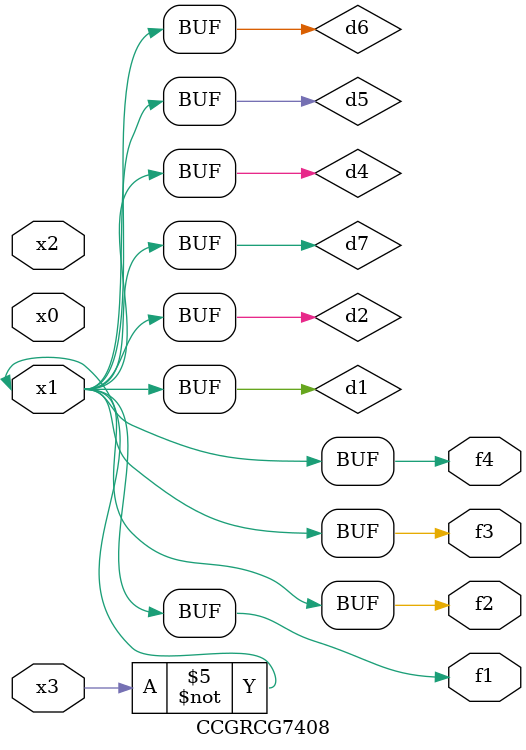
<source format=v>
module CCGRCG7408(
	input x0, x1, x2, x3,
	output f1, f2, f3, f4
);

	wire d1, d2, d3, d4, d5, d6, d7;

	not (d1, x3);
	buf (d2, x1);
	xnor (d3, d1, d2);
	nor (d4, d1);
	buf (d5, d1, d2);
	buf (d6, d4, d5);
	nand (d7, d4);
	assign f1 = d6;
	assign f2 = d7;
	assign f3 = d6;
	assign f4 = d6;
endmodule

</source>
